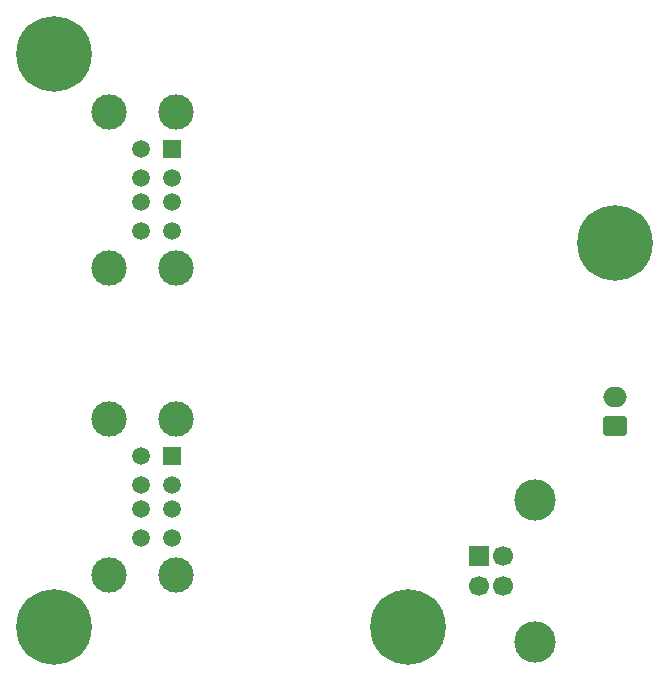
<source format=gbr>
%TF.GenerationSoftware,KiCad,Pcbnew,(6.0.5)*%
%TF.CreationDate,2023-02-01T20:47:26-08:00*%
%TF.ProjectId,USBHub,55534248-7562-42e6-9b69-6361645f7063,rev?*%
%TF.SameCoordinates,Original*%
%TF.FileFunction,Soldermask,Bot*%
%TF.FilePolarity,Negative*%
%FSLAX46Y46*%
G04 Gerber Fmt 4.6, Leading zero omitted, Abs format (unit mm)*
G04 Created by KiCad (PCBNEW (6.0.5)) date 2023-02-01 20:47:26*
%MOMM*%
%LPD*%
G01*
G04 APERTURE LIST*
G04 Aperture macros list*
%AMRoundRect*
0 Rectangle with rounded corners*
0 $1 Rounding radius*
0 $2 $3 $4 $5 $6 $7 $8 $9 X,Y pos of 4 corners*
0 Add a 4 corners polygon primitive as box body*
4,1,4,$2,$3,$4,$5,$6,$7,$8,$9,$2,$3,0*
0 Add four circle primitives for the rounded corners*
1,1,$1+$1,$2,$3*
1,1,$1+$1,$4,$5*
1,1,$1+$1,$6,$7*
1,1,$1+$1,$8,$9*
0 Add four rect primitives between the rounded corners*
20,1,$1+$1,$2,$3,$4,$5,0*
20,1,$1+$1,$4,$5,$6,$7,0*
20,1,$1+$1,$6,$7,$8,$9,0*
20,1,$1+$1,$8,$9,$2,$3,0*%
G04 Aperture macros list end*
%ADD10O,2.000000X1.700000*%
%ADD11RoundRect,0.250000X0.750000X-0.600000X0.750000X0.600000X-0.750000X0.600000X-0.750000X-0.600000X0*%
%ADD12C,3.500000*%
%ADD13C,1.700000*%
%ADD14R,1.700000X1.700000*%
%ADD15C,3.000000*%
%ADD16R,1.500000X1.500000*%
%ADD17C,1.500000*%
%ADD18C,0.800000*%
%ADD19C,6.400000*%
G04 APERTURE END LIST*
D10*
%TO.C,J6*%
X174500000Y-93000000D03*
D11*
X174500000Y-95500000D03*
%TD*%
D12*
%TO.C,J3*%
X167710000Y-113770000D03*
X167710000Y-101730000D03*
D13*
X165000000Y-106500000D03*
X165000000Y-109000000D03*
X163000000Y-109000000D03*
D14*
X163000000Y-106500000D03*
%TD*%
D15*
%TO.C,J1*%
X137350000Y-82070000D03*
X137350000Y-68930000D03*
D16*
X137000000Y-72000000D03*
D17*
X137000000Y-74500000D03*
X137000000Y-76500000D03*
X137000000Y-79000000D03*
D15*
X131670000Y-68930000D03*
X131670000Y-82070000D03*
D17*
X134380000Y-72000000D03*
X134380000Y-74500000D03*
X134380000Y-76500000D03*
X134380000Y-79000000D03*
%TD*%
D15*
%TO.C,J2*%
X137350000Y-108070000D03*
X137350000Y-94930000D03*
D16*
X137000000Y-98000000D03*
D17*
X137000000Y-100500000D03*
X137000000Y-102500000D03*
X137000000Y-105000000D03*
D15*
X131670000Y-94930000D03*
X131670000Y-108070000D03*
D17*
X134380000Y-98000000D03*
X134380000Y-100500000D03*
X134380000Y-102500000D03*
X134380000Y-105000000D03*
%TD*%
D18*
%TO.C,H4*%
X158697056Y-110802944D03*
X157000000Y-110100000D03*
X155302944Y-110802944D03*
X154600000Y-112500000D03*
X155302944Y-114197056D03*
X157000000Y-114900000D03*
X158697056Y-114197056D03*
X159400000Y-112500000D03*
D19*
X157000000Y-112500000D03*
%TD*%
D18*
%TO.C,H3*%
X128697056Y-110802944D03*
X127000000Y-110100000D03*
X125302944Y-110802944D03*
X124600000Y-112500000D03*
X125302944Y-114197056D03*
X127000000Y-114900000D03*
X128697056Y-114197056D03*
X129400000Y-112500000D03*
D19*
X127000000Y-112500000D03*
%TD*%
D18*
%TO.C,H2*%
X176197056Y-78302944D03*
X174500000Y-77600000D03*
X172802944Y-78302944D03*
X172100000Y-80000000D03*
X172802944Y-81697056D03*
X174500000Y-82400000D03*
X176197056Y-81697056D03*
X176900000Y-80000000D03*
D19*
X174500000Y-80000000D03*
%TD*%
D18*
%TO.C,H1*%
X128697056Y-62302944D03*
X127000000Y-61600000D03*
X125302944Y-62302944D03*
X124600000Y-64000000D03*
X125302944Y-65697056D03*
X127000000Y-66400000D03*
X128697056Y-65697056D03*
X129400000Y-64000000D03*
D19*
X127000000Y-64000000D03*
%TD*%
M02*

</source>
